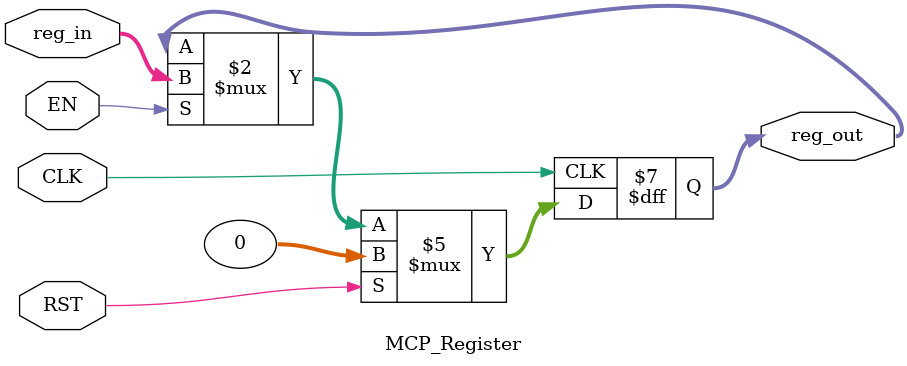
<source format=v>
`timescale 1ns / 1ps


module MCP_Register #(parameter WL = 32)
                            (input wire CLK, RST, EN,
                             input wire [WL - 1:0] reg_in,
                             output reg [WL - 1:0] reg_out);

    always @(posedge CLK) //or RST) this RST in the sensitivity list created the worst boundary case error ever
    begin
        if(RST) reg_out <= 0;
        else
        begin
            if(EN) reg_out <= reg_in;
        end
    end

endmodule

</source>
